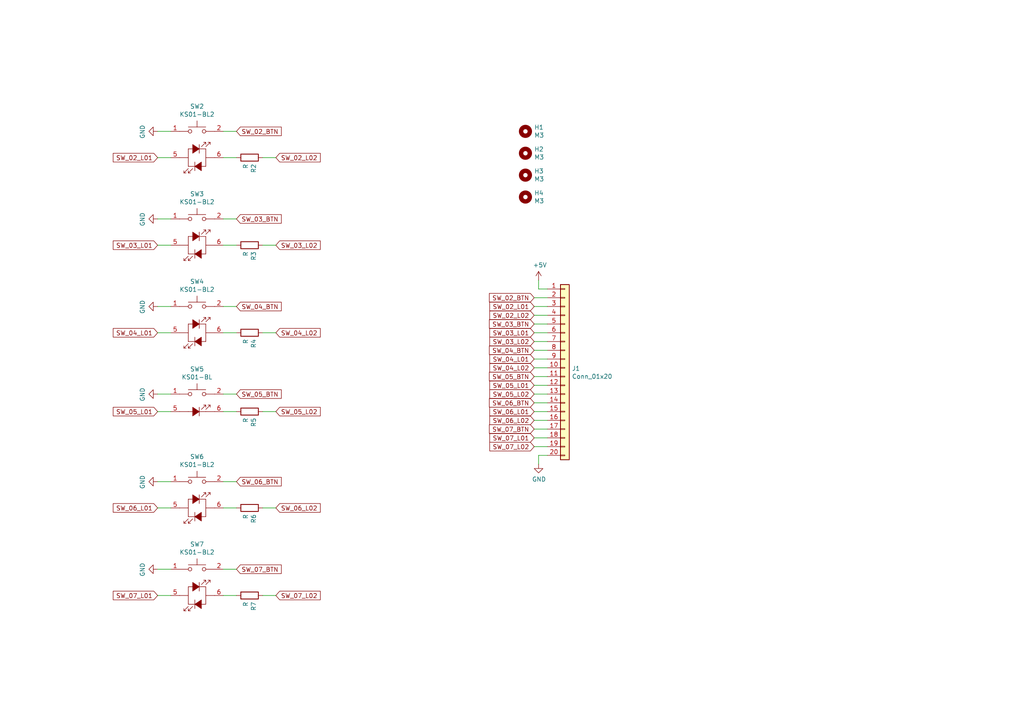
<source format=kicad_sch>
(kicad_sch (version 20230121) (generator eeschema)

  (uuid 4e5e0331-b659-4cc0-bb58-084979d0a240)

  (paper "A4")

  (lib_symbols
    (symbol "Connector_Generic:Conn_01x20" (pin_names (offset 1.016) hide) (in_bom yes) (on_board yes)
      (property "Reference" "J" (at 0 25.4 0)
        (effects (font (size 1.27 1.27)))
      )
      (property "Value" "Conn_01x20" (at 0 -27.94 0)
        (effects (font (size 1.27 1.27)))
      )
      (property "Footprint" "" (at 0 0 0)
        (effects (font (size 1.27 1.27)) hide)
      )
      (property "Datasheet" "~" (at 0 0 0)
        (effects (font (size 1.27 1.27)) hide)
      )
      (property "ki_keywords" "connector" (at 0 0 0)
        (effects (font (size 1.27 1.27)) hide)
      )
      (property "ki_description" "Generic connector, single row, 01x20, script generated (kicad-library-utils/schlib/autogen/connector/)" (at 0 0 0)
        (effects (font (size 1.27 1.27)) hide)
      )
      (property "ki_fp_filters" "Connector*:*_1x??_*" (at 0 0 0)
        (effects (font (size 1.27 1.27)) hide)
      )
      (symbol "Conn_01x20_1_1"
        (rectangle (start -1.27 -25.273) (end 0 -25.527)
          (stroke (width 0.1524) (type default))
          (fill (type none))
        )
        (rectangle (start -1.27 -22.733) (end 0 -22.987)
          (stroke (width 0.1524) (type default))
          (fill (type none))
        )
        (rectangle (start -1.27 -20.193) (end 0 -20.447)
          (stroke (width 0.1524) (type default))
          (fill (type none))
        )
        (rectangle (start -1.27 -17.653) (end 0 -17.907)
          (stroke (width 0.1524) (type default))
          (fill (type none))
        )
        (rectangle (start -1.27 -15.113) (end 0 -15.367)
          (stroke (width 0.1524) (type default))
          (fill (type none))
        )
        (rectangle (start -1.27 -12.573) (end 0 -12.827)
          (stroke (width 0.1524) (type default))
          (fill (type none))
        )
        (rectangle (start -1.27 -10.033) (end 0 -10.287)
          (stroke (width 0.1524) (type default))
          (fill (type none))
        )
        (rectangle (start -1.27 -7.493) (end 0 -7.747)
          (stroke (width 0.1524) (type default))
          (fill (type none))
        )
        (rectangle (start -1.27 -4.953) (end 0 -5.207)
          (stroke (width 0.1524) (type default))
          (fill (type none))
        )
        (rectangle (start -1.27 -2.413) (end 0 -2.667)
          (stroke (width 0.1524) (type default))
          (fill (type none))
        )
        (rectangle (start -1.27 0.127) (end 0 -0.127)
          (stroke (width 0.1524) (type default))
          (fill (type none))
        )
        (rectangle (start -1.27 2.667) (end 0 2.413)
          (stroke (width 0.1524) (type default))
          (fill (type none))
        )
        (rectangle (start -1.27 5.207) (end 0 4.953)
          (stroke (width 0.1524) (type default))
          (fill (type none))
        )
        (rectangle (start -1.27 7.747) (end 0 7.493)
          (stroke (width 0.1524) (type default))
          (fill (type none))
        )
        (rectangle (start -1.27 10.287) (end 0 10.033)
          (stroke (width 0.1524) (type default))
          (fill (type none))
        )
        (rectangle (start -1.27 12.827) (end 0 12.573)
          (stroke (width 0.1524) (type default))
          (fill (type none))
        )
        (rectangle (start -1.27 15.367) (end 0 15.113)
          (stroke (width 0.1524) (type default))
          (fill (type none))
        )
        (rectangle (start -1.27 17.907) (end 0 17.653)
          (stroke (width 0.1524) (type default))
          (fill (type none))
        )
        (rectangle (start -1.27 20.447) (end 0 20.193)
          (stroke (width 0.1524) (type default))
          (fill (type none))
        )
        (rectangle (start -1.27 22.987) (end 0 22.733)
          (stroke (width 0.1524) (type default))
          (fill (type none))
        )
        (rectangle (start -1.27 24.13) (end 1.27 -26.67)
          (stroke (width 0.254) (type default))
          (fill (type background))
        )
        (pin passive line (at -5.08 22.86 0) (length 3.81)
          (name "Pin_1" (effects (font (size 1.27 1.27))))
          (number "1" (effects (font (size 1.27 1.27))))
        )
        (pin passive line (at -5.08 0 0) (length 3.81)
          (name "Pin_10" (effects (font (size 1.27 1.27))))
          (number "10" (effects (font (size 1.27 1.27))))
        )
        (pin passive line (at -5.08 -2.54 0) (length 3.81)
          (name "Pin_11" (effects (font (size 1.27 1.27))))
          (number "11" (effects (font (size 1.27 1.27))))
        )
        (pin passive line (at -5.08 -5.08 0) (length 3.81)
          (name "Pin_12" (effects (font (size 1.27 1.27))))
          (number "12" (effects (font (size 1.27 1.27))))
        )
        (pin passive line (at -5.08 -7.62 0) (length 3.81)
          (name "Pin_13" (effects (font (size 1.27 1.27))))
          (number "13" (effects (font (size 1.27 1.27))))
        )
        (pin passive line (at -5.08 -10.16 0) (length 3.81)
          (name "Pin_14" (effects (font (size 1.27 1.27))))
          (number "14" (effects (font (size 1.27 1.27))))
        )
        (pin passive line (at -5.08 -12.7 0) (length 3.81)
          (name "Pin_15" (effects (font (size 1.27 1.27))))
          (number "15" (effects (font (size 1.27 1.27))))
        )
        (pin passive line (at -5.08 -15.24 0) (length 3.81)
          (name "Pin_16" (effects (font (size 1.27 1.27))))
          (number "16" (effects (font (size 1.27 1.27))))
        )
        (pin passive line (at -5.08 -17.78 0) (length 3.81)
          (name "Pin_17" (effects (font (size 1.27 1.27))))
          (number "17" (effects (font (size 1.27 1.27))))
        )
        (pin passive line (at -5.08 -20.32 0) (length 3.81)
          (name "Pin_18" (effects (font (size 1.27 1.27))))
          (number "18" (effects (font (size 1.27 1.27))))
        )
        (pin passive line (at -5.08 -22.86 0) (length 3.81)
          (name "Pin_19" (effects (font (size 1.27 1.27))))
          (number "19" (effects (font (size 1.27 1.27))))
        )
        (pin passive line (at -5.08 20.32 0) (length 3.81)
          (name "Pin_2" (effects (font (size 1.27 1.27))))
          (number "2" (effects (font (size 1.27 1.27))))
        )
        (pin passive line (at -5.08 -25.4 0) (length 3.81)
          (name "Pin_20" (effects (font (size 1.27 1.27))))
          (number "20" (effects (font (size 1.27 1.27))))
        )
        (pin passive line (at -5.08 17.78 0) (length 3.81)
          (name "Pin_3" (effects (font (size 1.27 1.27))))
          (number "3" (effects (font (size 1.27 1.27))))
        )
        (pin passive line (at -5.08 15.24 0) (length 3.81)
          (name "Pin_4" (effects (font (size 1.27 1.27))))
          (number "4" (effects (font (size 1.27 1.27))))
        )
        (pin passive line (at -5.08 12.7 0) (length 3.81)
          (name "Pin_5" (effects (font (size 1.27 1.27))))
          (number "5" (effects (font (size 1.27 1.27))))
        )
        (pin passive line (at -5.08 10.16 0) (length 3.81)
          (name "Pin_6" (effects (font (size 1.27 1.27))))
          (number "6" (effects (font (size 1.27 1.27))))
        )
        (pin passive line (at -5.08 7.62 0) (length 3.81)
          (name "Pin_7" (effects (font (size 1.27 1.27))))
          (number "7" (effects (font (size 1.27 1.27))))
        )
        (pin passive line (at -5.08 5.08 0) (length 3.81)
          (name "Pin_8" (effects (font (size 1.27 1.27))))
          (number "8" (effects (font (size 1.27 1.27))))
        )
        (pin passive line (at -5.08 2.54 0) (length 3.81)
          (name "Pin_9" (effects (font (size 1.27 1.27))))
          (number "9" (effects (font (size 1.27 1.27))))
        )
      )
    )
    (symbol "Device:R" (pin_numbers hide) (pin_names (offset 0)) (in_bom yes) (on_board yes)
      (property "Reference" "R" (at 2.032 0 90)
        (effects (font (size 1.27 1.27)))
      )
      (property "Value" "R" (at 0 0 90)
        (effects (font (size 1.27 1.27)))
      )
      (property "Footprint" "" (at -1.778 0 90)
        (effects (font (size 1.27 1.27)) hide)
      )
      (property "Datasheet" "~" (at 0 0 0)
        (effects (font (size 1.27 1.27)) hide)
      )
      (property "ki_keywords" "R res resistor" (at 0 0 0)
        (effects (font (size 1.27 1.27)) hide)
      )
      (property "ki_description" "Resistor" (at 0 0 0)
        (effects (font (size 1.27 1.27)) hide)
      )
      (property "ki_fp_filters" "R_*" (at 0 0 0)
        (effects (font (size 1.27 1.27)) hide)
      )
      (symbol "R_0_1"
        (rectangle (start -1.016 -2.54) (end 1.016 2.54)
          (stroke (width 0.254) (type default))
          (fill (type none))
        )
      )
      (symbol "R_1_1"
        (pin passive line (at 0 3.81 270) (length 1.27)
          (name "~" (effects (font (size 1.27 1.27))))
          (number "1" (effects (font (size 1.27 1.27))))
        )
        (pin passive line (at 0 -3.81 90) (length 1.27)
          (name "~" (effects (font (size 1.27 1.27))))
          (number "2" (effects (font (size 1.27 1.27))))
        )
      )
    )
    (symbol "Mechanical:MountingHole" (pin_names (offset 1.016)) (in_bom yes) (on_board yes)
      (property "Reference" "H" (at 0 5.08 0)
        (effects (font (size 1.27 1.27)))
      )
      (property "Value" "MountingHole" (at 0 3.175 0)
        (effects (font (size 1.27 1.27)))
      )
      (property "Footprint" "" (at 0 0 0)
        (effects (font (size 1.27 1.27)) hide)
      )
      (property "Datasheet" "~" (at 0 0 0)
        (effects (font (size 1.27 1.27)) hide)
      )
      (property "ki_keywords" "mounting hole" (at 0 0 0)
        (effects (font (size 1.27 1.27)) hide)
      )
      (property "ki_description" "Mounting Hole without connection" (at 0 0 0)
        (effects (font (size 1.27 1.27)) hide)
      )
      (property "ki_fp_filters" "MountingHole*" (at 0 0 0)
        (effects (font (size 1.27 1.27)) hide)
      )
      (symbol "MountingHole_0_1"
        (circle (center 0 0) (radius 1.27)
          (stroke (width 1.27) (type default))
          (fill (type none))
        )
      )
    )
    (symbol "kiu:KS01-BL" (pin_names (offset 1.016) hide) (in_bom yes) (on_board yes)
      (property "Reference" "SW" (at -5.08 2.54 0)
        (effects (font (size 1.27 1.27)) (justify left))
      )
      (property "Value" "KS01-BL" (at 0 -11.43 0)
        (effects (font (size 1.27 1.27)))
      )
      (property "Footprint" "" (at 0 5.08 0)
        (effects (font (size 1.27 1.27)) hide)
      )
      (property "Datasheet" "http://www.apem.com/int/index.php?controller=attachment&id_attachment=488" (at 0 5.08 0)
        (effects (font (size 1.27 1.27)) hide)
      )
      (property "ki_keywords" "switch normally-open pushbutton push-button LED" (at 0 0 0)
        (effects (font (size 1.27 1.27)) hide)
      )
      (property "ki_description" "MEC 5G single pole normally-open illuminated tactile switch with two LEDs" (at 0 0 0)
        (effects (font (size 1.27 1.27)) hide)
      )
      (property "ki_fp_filters" "SW*MEC*5G*" (at 0 0 0)
        (effects (font (size 1.27 1.27)) hide)
      )
      (symbol "KS01-BL_0_0"
        (polyline
          (pts
            (xy -5.08 -5.08)
            (xy -2.54 -5.08)
          )
          (stroke (width 0) (type default))
          (fill (type none))
        )
        (polyline
          (pts
            (xy -5.08 0)
            (xy -2.54 0)
          )
          (stroke (width 0) (type default))
          (fill (type none))
        )
        (polyline
          (pts
            (xy 0.635 -3.81)
            (xy 0.635 -6.35)
          )
          (stroke (width 0) (type default))
          (fill (type none))
        )
        (polyline
          (pts
            (xy 2.54 -5.08)
            (xy -2.54 -5.08)
          )
          (stroke (width 0) (type default))
          (fill (type none))
        )
        (polyline
          (pts
            (xy 2.54 -3.175)
            (xy 1.27 -4.445)
          )
          (stroke (width 0) (type default))
          (fill (type none))
        )
        (polyline
          (pts
            (xy 2.54 0)
            (xy 5.08 0)
          )
          (stroke (width 0) (type default))
          (fill (type none))
        )
        (polyline
          (pts
            (xy 3.81 -3.175)
            (xy 2.54 -4.445)
          )
          (stroke (width 0) (type default))
          (fill (type none))
        )
        (polyline
          (pts
            (xy 5.08 -5.08)
            (xy 2.54 -5.08)
          )
          (stroke (width 0) (type default))
          (fill (type none))
        )
        (polyline
          (pts
            (xy 2.54 -3.81)
            (xy 2.54 -3.175)
            (xy 1.905 -3.175)
          )
          (stroke (width 0) (type default))
          (fill (type none))
        )
        (polyline
          (pts
            (xy 3.81 -3.81)
            (xy 3.81 -3.175)
            (xy 3.175 -3.175)
          )
          (stroke (width 0) (type default))
          (fill (type none))
        )
        (polyline
          (pts
            (xy 0.635 -5.08)
            (xy -1.27 -3.81)
            (xy -1.27 -6.35)
            (xy 0.635 -5.08)
          )
          (stroke (width 0) (type default))
          (fill (type outline))
        )
      )
      (symbol "KS01-BL_0_1"
        (circle (center -2.032 0) (radius 0.508)
          (stroke (width 0) (type default))
          (fill (type none))
        )
        (polyline
          (pts
            (xy 0 1.27)
            (xy 0 3.048)
          )
          (stroke (width 0) (type default))
          (fill (type none))
        )
        (polyline
          (pts
            (xy 2.54 1.27)
            (xy -2.54 1.27)
          )
          (stroke (width 0) (type default))
          (fill (type none))
        )
        (circle (center 2.032 0) (radius 0.508)
          (stroke (width 0) (type default))
          (fill (type none))
        )
        (pin passive line (at -7.62 0 0) (length 2.54)
          (name "1" (effects (font (size 1.27 1.27))))
          (number "1" (effects (font (size 1.27 1.27))))
        )
        (pin passive line (at 7.62 0 180) (length 2.54)
          (name "2" (effects (font (size 1.27 1.27))))
          (number "2" (effects (font (size 1.27 1.27))))
        )
        (pin passive line (at -7.62 -5.08 0) (length 2.54)
          (name "5" (effects (font (size 1.27 1.27))))
          (number "5" (effects (font (size 1.27 1.27))))
        )
        (pin passive line (at 7.62 -5.08 180) (length 2.54)
          (name "6" (effects (font (size 1.27 1.27))))
          (number "6" (effects (font (size 1.27 1.27))))
        )
      )
    )
    (symbol "kiu:KS01-BL2" (pin_names (offset 1.016) hide) (in_bom yes) (on_board yes)
      (property "Reference" "SW" (at -5.08 2.54 0)
        (effects (font (size 1.27 1.27)) (justify left))
      )
      (property "Value" "KS01-BL2" (at 0 -13.97 0)
        (effects (font (size 1.27 1.27)))
      )
      (property "Footprint" "" (at 0 5.08 0)
        (effects (font (size 1.27 1.27)) hide)
      )
      (property "Datasheet" "http://www.apem.com/int/index.php?controller=attachment&id_attachment=488" (at 0 5.08 0)
        (effects (font (size 1.27 1.27)) hide)
      )
      (property "ki_keywords" "switch normally-open pushbutton push-button LED" (at 0 0 0)
        (effects (font (size 1.27 1.27)) hide)
      )
      (property "ki_description" "MEC 5G single pole normally-open illuminated tactile switch with two LEDs" (at 0 0 0)
        (effects (font (size 1.27 1.27)) hide)
      )
      (property "ki_fp_filters" "SW*MEC*5G*" (at 0 0 0)
        (effects (font (size 1.27 1.27)) hide)
      )
      (symbol "KS01-BL2_0_0"
        (polyline
          (pts
            (xy -5.08 -7.62)
            (xy -2.54 -7.62)
          )
          (stroke (width 0) (type default))
          (fill (type none))
        )
        (polyline
          (pts
            (xy -5.08 0)
            (xy -2.54 0)
          )
          (stroke (width 0) (type default))
          (fill (type none))
        )
        (polyline
          (pts
            (xy -3.81 -12.065)
            (xy -2.54 -10.795)
          )
          (stroke (width 0) (type default))
          (fill (type none))
        )
        (polyline
          (pts
            (xy -2.54 -12.065)
            (xy -1.27 -10.795)
          )
          (stroke (width 0) (type default))
          (fill (type none))
        )
        (polyline
          (pts
            (xy -2.54 -10.16)
            (xy 2.54 -10.16)
          )
          (stroke (width 0) (type default))
          (fill (type none))
        )
        (polyline
          (pts
            (xy -2.54 -5.08)
            (xy -2.54 -10.16)
          )
          (stroke (width 0) (type default))
          (fill (type none))
        )
        (polyline
          (pts
            (xy -0.635 -8.89)
            (xy -0.635 -11.43)
          )
          (stroke (width 0) (type default))
          (fill (type none))
        )
        (polyline
          (pts
            (xy 0.635 -3.81)
            (xy 0.635 -6.35)
          )
          (stroke (width 0) (type default))
          (fill (type none))
        )
        (polyline
          (pts
            (xy 2.54 -5.08)
            (xy -2.54 -5.08)
          )
          (stroke (width 0) (type default))
          (fill (type none))
        )
        (polyline
          (pts
            (xy 2.54 -5.08)
            (xy 2.54 -10.16)
          )
          (stroke (width 0) (type default))
          (fill (type none))
        )
        (polyline
          (pts
            (xy 2.54 -3.175)
            (xy 1.27 -4.445)
          )
          (stroke (width 0) (type default))
          (fill (type none))
        )
        (polyline
          (pts
            (xy 2.54 0)
            (xy 5.08 0)
          )
          (stroke (width 0) (type default))
          (fill (type none))
        )
        (polyline
          (pts
            (xy 3.81 -3.175)
            (xy 2.54 -4.445)
          )
          (stroke (width 0) (type default))
          (fill (type none))
        )
        (polyline
          (pts
            (xy 5.08 -7.62)
            (xy 2.54 -7.62)
          )
          (stroke (width 0) (type default))
          (fill (type none))
        )
        (polyline
          (pts
            (xy -3.81 -11.43)
            (xy -3.81 -12.065)
            (xy -3.175 -12.065)
          )
          (stroke (width 0) (type default))
          (fill (type none))
        )
        (polyline
          (pts
            (xy -2.54 -11.43)
            (xy -2.54 -12.065)
            (xy -1.905 -12.065)
          )
          (stroke (width 0) (type default))
          (fill (type none))
        )
        (polyline
          (pts
            (xy 2.54 -3.81)
            (xy 2.54 -3.175)
            (xy 1.905 -3.175)
          )
          (stroke (width 0) (type default))
          (fill (type none))
        )
        (polyline
          (pts
            (xy 3.81 -3.81)
            (xy 3.81 -3.175)
            (xy 3.175 -3.175)
          )
          (stroke (width 0) (type default))
          (fill (type none))
        )
        (polyline
          (pts
            (xy -0.635 -10.16)
            (xy 1.27 -8.89)
            (xy 1.27 -11.43)
            (xy -0.635 -10.16)
          )
          (stroke (width 0) (type default))
          (fill (type outline))
        )
        (polyline
          (pts
            (xy 0.635 -5.08)
            (xy -1.27 -3.81)
            (xy -1.27 -6.35)
            (xy 0.635 -5.08)
          )
          (stroke (width 0) (type default))
          (fill (type outline))
        )
      )
      (symbol "KS01-BL2_0_1"
        (circle (center -2.032 0) (radius 0.508)
          (stroke (width 0) (type default))
          (fill (type none))
        )
        (polyline
          (pts
            (xy 0 1.27)
            (xy 0 3.048)
          )
          (stroke (width 0) (type default))
          (fill (type none))
        )
        (polyline
          (pts
            (xy 2.54 1.27)
            (xy -2.54 1.27)
          )
          (stroke (width 0) (type default))
          (fill (type none))
        )
        (circle (center 2.032 0) (radius 0.508)
          (stroke (width 0) (type default))
          (fill (type none))
        )
        (pin passive line (at -7.62 0 0) (length 2.54)
          (name "1" (effects (font (size 1.27 1.27))))
          (number "1" (effects (font (size 1.27 1.27))))
        )
        (pin passive line (at 7.62 0 180) (length 2.54)
          (name "2" (effects (font (size 1.27 1.27))))
          (number "2" (effects (font (size 1.27 1.27))))
        )
        (pin passive line (at -7.62 -7.62 0) (length 2.54)
          (name "5" (effects (font (size 1.27 1.27))))
          (number "5" (effects (font (size 1.27 1.27))))
        )
        (pin passive line (at 7.62 -7.62 180) (length 2.54)
          (name "6" (effects (font (size 1.27 1.27))))
          (number "6" (effects (font (size 1.27 1.27))))
        )
      )
    )
    (symbol "power:+5V" (power) (pin_names (offset 0)) (in_bom yes) (on_board yes)
      (property "Reference" "#PWR" (at 0 -3.81 0)
        (effects (font (size 1.27 1.27)) hide)
      )
      (property "Value" "+5V" (at 0 3.556 0)
        (effects (font (size 1.27 1.27)))
      )
      (property "Footprint" "" (at 0 0 0)
        (effects (font (size 1.27 1.27)) hide)
      )
      (property "Datasheet" "" (at 0 0 0)
        (effects (font (size 1.27 1.27)) hide)
      )
      (property "ki_keywords" "global power" (at 0 0 0)
        (effects (font (size 1.27 1.27)) hide)
      )
      (property "ki_description" "Power symbol creates a global label with name \"+5V\"" (at 0 0 0)
        (effects (font (size 1.27 1.27)) hide)
      )
      (symbol "+5V_0_1"
        (polyline
          (pts
            (xy -0.762 1.27)
            (xy 0 2.54)
          )
          (stroke (width 0) (type default))
          (fill (type none))
        )
        (polyline
          (pts
            (xy 0 0)
            (xy 0 2.54)
          )
          (stroke (width 0) (type default))
          (fill (type none))
        )
        (polyline
          (pts
            (xy 0 2.54)
            (xy 0.762 1.27)
          )
          (stroke (width 0) (type default))
          (fill (type none))
        )
      )
      (symbol "+5V_1_1"
        (pin power_in line (at 0 0 90) (length 0) hide
          (name "+5V" (effects (font (size 1.27 1.27))))
          (number "1" (effects (font (size 1.27 1.27))))
        )
      )
    )
    (symbol "power:GND" (power) (pin_names (offset 0)) (in_bom yes) (on_board yes)
      (property "Reference" "#PWR" (at 0 -6.35 0)
        (effects (font (size 1.27 1.27)) hide)
      )
      (property "Value" "GND" (at 0 -3.81 0)
        (effects (font (size 1.27 1.27)))
      )
      (property "Footprint" "" (at 0 0 0)
        (effects (font (size 1.27 1.27)) hide)
      )
      (property "Datasheet" "" (at 0 0 0)
        (effects (font (size 1.27 1.27)) hide)
      )
      (property "ki_keywords" "global power" (at 0 0 0)
        (effects (font (size 1.27 1.27)) hide)
      )
      (property "ki_description" "Power symbol creates a global label with name \"GND\" , ground" (at 0 0 0)
        (effects (font (size 1.27 1.27)) hide)
      )
      (symbol "GND_0_1"
        (polyline
          (pts
            (xy 0 0)
            (xy 0 -1.27)
            (xy 1.27 -1.27)
            (xy 0 -2.54)
            (xy -1.27 -1.27)
            (xy 0 -1.27)
          )
          (stroke (width 0) (type default))
          (fill (type none))
        )
      )
      (symbol "GND_1_1"
        (pin power_in line (at 0 0 270) (length 0) hide
          (name "GND" (effects (font (size 1.27 1.27))))
          (number "1" (effects (font (size 1.27 1.27))))
        )
      )
    )
  )


  (wire (pts (xy 158.75 104.14) (xy 154.94 104.14))
    (stroke (width 0) (type default))
    (uuid 01abc933-c68a-4d77-9a2f-ea9e36eaf00a)
  )
  (wire (pts (xy 45.72 88.9) (xy 49.53 88.9))
    (stroke (width 0) (type default))
    (uuid 04150273-0cf1-414c-bba6-55c40d9aa206)
  )
  (wire (pts (xy 45.72 114.3) (xy 49.53 114.3))
    (stroke (width 0) (type default))
    (uuid 0db95f98-5ae3-4c51-b792-51be3e91a8af)
  )
  (wire (pts (xy 154.94 88.9) (xy 158.75 88.9))
    (stroke (width 0) (type default))
    (uuid 0ff255db-1931-46cc-a803-89c9e9910191)
  )
  (wire (pts (xy 80.01 71.12) (xy 76.2 71.12))
    (stroke (width 0) (type default))
    (uuid 119e16bd-1aa1-4971-be13-95119d6c01ea)
  )
  (wire (pts (xy 154.94 86.36) (xy 158.75 86.36))
    (stroke (width 0) (type default))
    (uuid 1b40ef04-cd90-46c1-9172-f22d75c94a20)
  )
  (wire (pts (xy 45.72 165.1) (xy 49.53 165.1))
    (stroke (width 0) (type default))
    (uuid 24bf468c-7c97-427a-8d84-50c8a7847087)
  )
  (wire (pts (xy 158.75 129.54) (xy 154.94 129.54))
    (stroke (width 0) (type default))
    (uuid 26a4e9dd-27c5-48cb-82a2-1089b1fb2a4a)
  )
  (wire (pts (xy 64.77 71.12) (xy 68.58 71.12))
    (stroke (width 0) (type default))
    (uuid 279861d6-a003-4b27-b865-6d3bf8293e3d)
  )
  (wire (pts (xy 158.75 132.08) (xy 156.21 132.08))
    (stroke (width 0) (type default))
    (uuid 29436a76-acbe-40b3-9240-cd1e9c7308ef)
  )
  (wire (pts (xy 154.94 91.44) (xy 158.75 91.44))
    (stroke (width 0) (type default))
    (uuid 29ca5a71-efca-418f-b8de-916c3599f83d)
  )
  (wire (pts (xy 154.94 111.76) (xy 158.75 111.76))
    (stroke (width 0) (type default))
    (uuid 2b5ce48a-37c5-45e1-8e3d-16394c1cb569)
  )
  (wire (pts (xy 158.75 114.3) (xy 154.94 114.3))
    (stroke (width 0) (type default))
    (uuid 2c43b174-3766-413a-b5e3-0fe740bf3e17)
  )
  (wire (pts (xy 158.75 99.06) (xy 154.94 99.06))
    (stroke (width 0) (type default))
    (uuid 2d80ae4c-29f5-40fb-a86e-eda46a9ff6cd)
  )
  (wire (pts (xy 45.72 38.1) (xy 49.53 38.1))
    (stroke (width 0) (type default))
    (uuid 33ae4a32-d12f-4e1f-9329-69ca0c8eb325)
  )
  (wire (pts (xy 158.75 83.82) (xy 156.21 83.82))
    (stroke (width 0) (type default))
    (uuid 3866912c-fc2a-4671-aa57-03834252786c)
  )
  (wire (pts (xy 45.72 45.72) (xy 49.53 45.72))
    (stroke (width 0) (type default))
    (uuid 3b3dbe4d-fbfb-4c23-916c-eb57de6e7afd)
  )
  (wire (pts (xy 49.53 119.38) (xy 45.72 119.38))
    (stroke (width 0) (type default))
    (uuid 3efecee5-7a09-463d-b0f0-1450f7d46258)
  )
  (wire (pts (xy 64.77 172.72) (xy 68.58 172.72))
    (stroke (width 0) (type default))
    (uuid 3f8736aa-6a25-49fd-b34b-33a7de9dc269)
  )
  (wire (pts (xy 154.94 116.84) (xy 158.75 116.84))
    (stroke (width 0) (type default))
    (uuid 40ea9208-c264-46c4-8c4c-74fb637c44db)
  )
  (wire (pts (xy 64.77 63.5) (xy 68.58 63.5))
    (stroke (width 0) (type default))
    (uuid 41cb3b11-8433-4369-add6-23a3803368ab)
  )
  (wire (pts (xy 45.72 147.32) (xy 49.53 147.32))
    (stroke (width 0) (type default))
    (uuid 45bc49bc-5c65-4dd3-8f74-aa5907574405)
  )
  (wire (pts (xy 64.77 88.9) (xy 68.58 88.9))
    (stroke (width 0) (type default))
    (uuid 4a3ccf85-c020-46f4-8585-522d17c4001a)
  )
  (wire (pts (xy 64.77 147.32) (xy 68.58 147.32))
    (stroke (width 0) (type default))
    (uuid 5e696807-e68b-4936-a9d9-587820bbcdce)
  )
  (wire (pts (xy 45.72 96.52) (xy 49.53 96.52))
    (stroke (width 0) (type default))
    (uuid 5ee727a7-5a27-4c58-bbfc-be500d4d70ab)
  )
  (wire (pts (xy 154.94 96.52) (xy 158.75 96.52))
    (stroke (width 0) (type default))
    (uuid 64793bf4-b2f9-48cc-8967-6a8872f7e049)
  )
  (wire (pts (xy 154.94 101.6) (xy 158.75 101.6))
    (stroke (width 0) (type default))
    (uuid 69d7fe12-6c96-4781-8737-57680f190680)
  )
  (wire (pts (xy 45.72 172.72) (xy 49.53 172.72))
    (stroke (width 0) (type default))
    (uuid 76c5be85-9414-4513-92be-281d2dffe0ce)
  )
  (wire (pts (xy 76.2 147.32) (xy 80.01 147.32))
    (stroke (width 0) (type default))
    (uuid 79854b03-7459-40c0-9ec0-81b604cc1b18)
  )
  (wire (pts (xy 154.94 121.92) (xy 158.75 121.92))
    (stroke (width 0) (type default))
    (uuid 836c9c5f-bf91-4121-976e-419e11d850f7)
  )
  (wire (pts (xy 45.72 71.12) (xy 49.53 71.12))
    (stroke (width 0) (type default))
    (uuid 8481f122-cc51-4136-b72a-c111d51da549)
  )
  (wire (pts (xy 76.2 96.52) (xy 80.01 96.52))
    (stroke (width 0) (type default))
    (uuid 87d45267-4c1d-40a5-a085-0bbeb281ac1a)
  )
  (wire (pts (xy 158.75 119.38) (xy 154.94 119.38))
    (stroke (width 0) (type default))
    (uuid 88b1a283-ccf6-40c4-ad5c-40808c11a5a5)
  )
  (wire (pts (xy 76.2 172.72) (xy 80.01 172.72))
    (stroke (width 0) (type default))
    (uuid a57a09aa-081f-487d-9fc7-b7f5b33c75c7)
  )
  (wire (pts (xy 154.94 106.68) (xy 158.75 106.68))
    (stroke (width 0) (type default))
    (uuid a9f70497-2523-4e5f-87f8-d59e2c0bcac1)
  )
  (wire (pts (xy 80.01 119.38) (xy 76.2 119.38))
    (stroke (width 0) (type default))
    (uuid ab987c58-f4a2-445b-bdbc-964185f0c090)
  )
  (wire (pts (xy 64.77 139.7) (xy 68.58 139.7))
    (stroke (width 0) (type default))
    (uuid b095e861-2e5b-4ab0-a034-05cf90f429e0)
  )
  (wire (pts (xy 154.94 127) (xy 158.75 127))
    (stroke (width 0) (type default))
    (uuid b71c6583-6f8b-40f2-a4d5-8d96325195fe)
  )
  (wire (pts (xy 64.77 114.3) (xy 68.58 114.3))
    (stroke (width 0) (type default))
    (uuid c3be5132-0598-40f0-9b8d-3525fd6cbfd9)
  )
  (wire (pts (xy 154.94 93.98) (xy 158.75 93.98))
    (stroke (width 0) (type default))
    (uuid c62424db-b804-479f-88e6-83fce84799af)
  )
  (wire (pts (xy 64.77 119.38) (xy 68.58 119.38))
    (stroke (width 0) (type default))
    (uuid c6342828-50c2-4488-b627-7cb2c4f5be2a)
  )
  (wire (pts (xy 156.21 132.08) (xy 156.21 134.62))
    (stroke (width 0) (type default))
    (uuid c8c92599-768e-4f9d-9507-3c19587c660e)
  )
  (wire (pts (xy 64.77 45.72) (xy 68.58 45.72))
    (stroke (width 0) (type default))
    (uuid ca231ee7-6f06-4437-bb6c-585d3c463e66)
  )
  (wire (pts (xy 64.77 38.1) (xy 68.58 38.1))
    (stroke (width 0) (type default))
    (uuid caffc093-2f5c-4f2b-ba6f-9d064eb023d4)
  )
  (wire (pts (xy 158.75 109.22) (xy 154.94 109.22))
    (stroke (width 0) (type default))
    (uuid cc119458-3060-43ab-9d9b-0a149670cc50)
  )
  (wire (pts (xy 158.75 124.46) (xy 154.94 124.46))
    (stroke (width 0) (type default))
    (uuid d4091325-4e61-4cff-92e1-1f57a3bba75f)
  )
  (wire (pts (xy 80.01 45.72) (xy 76.2 45.72))
    (stroke (width 0) (type default))
    (uuid d9a01208-7313-4211-bfb8-6fdb24fd32d5)
  )
  (wire (pts (xy 156.21 83.82) (xy 156.21 81.28))
    (stroke (width 0) (type default))
    (uuid db6f886d-2cf1-4a67-93ca-f12515aef62e)
  )
  (wire (pts (xy 45.72 63.5) (xy 49.53 63.5))
    (stroke (width 0) (type default))
    (uuid ded4e9a1-903b-4e94-8e31-cca151f0ce2d)
  )
  (wire (pts (xy 64.77 96.52) (xy 68.58 96.52))
    (stroke (width 0) (type default))
    (uuid dfb0a30c-e2b8-4b3a-9c58-5605a33949a5)
  )
  (wire (pts (xy 64.77 165.1) (xy 68.58 165.1))
    (stroke (width 0) (type default))
    (uuid e97bef23-62d1-4834-a32b-4defeeee75af)
  )
  (wire (pts (xy 45.72 139.7) (xy 49.53 139.7))
    (stroke (width 0) (type default))
    (uuid ed1b22f1-14e2-405b-8a32-3867f77497c7)
  )

  (global_label "SW_04_L02" (shape input) (at 80.01 96.52 0)
    (effects (font (size 1.27 1.27)) (justify left))
    (uuid 040dbfaf-6f6d-4616-952c-d796ea532a2c)
    (property "Intersheetrefs" "${INTERSHEET_REFS}" (at 80.01 96.52 0)
      (effects (font (size 1.27 1.27)) hide)
    )
  )
  (global_label "SW_03_L02" (shape input) (at 154.94 99.06 180)
    (effects (font (size 1.27 1.27)) (justify right))
    (uuid 0418cae5-7ec1-416a-9c32-19461d2b00f1)
    (property "Intersheetrefs" "${INTERSHEET_REFS}" (at 154.94 99.06 0)
      (effects (font (size 1.27 1.27)) hide)
    )
  )
  (global_label "SW_04_L01" (shape input) (at 154.94 104.14 180)
    (effects (font (size 1.27 1.27)) (justify right))
    (uuid 0722e319-5c0d-43cb-a93a-989cad1f88db)
    (property "Intersheetrefs" "${INTERSHEET_REFS}" (at 154.94 104.14 0)
      (effects (font (size 1.27 1.27)) hide)
    )
  )
  (global_label "SW_03_L02" (shape input) (at 80.01 71.12 0)
    (effects (font (size 1.27 1.27)) (justify left))
    (uuid 1df2627d-8cee-4559-a4e1-81e59b80379e)
    (property "Intersheetrefs" "${INTERSHEET_REFS}" (at 80.01 71.12 0)
      (effects (font (size 1.27 1.27)) hide)
    )
  )
  (global_label "SW_06_L01" (shape input) (at 154.94 119.38 180)
    (effects (font (size 1.27 1.27)) (justify right))
    (uuid 25c3b509-c6fe-4fb5-9113-4e6d0179b07e)
    (property "Intersheetrefs" "${INTERSHEET_REFS}" (at 154.94 119.38 0)
      (effects (font (size 1.27 1.27)) hide)
    )
  )
  (global_label "SW_07_L01" (shape input) (at 45.72 172.72 180)
    (effects (font (size 1.27 1.27)) (justify right))
    (uuid 2882fcd4-3e3d-4f47-be5c-bddbd8482b96)
    (property "Intersheetrefs" "${INTERSHEET_REFS}" (at 45.72 172.72 0)
      (effects (font (size 1.27 1.27)) hide)
    )
  )
  (global_label "SW_02_BTN" (shape input) (at 68.58 38.1 0)
    (effects (font (size 1.27 1.27)) (justify left))
    (uuid 2d374c0c-c83b-4956-bfe6-33bc996bf432)
    (property "Intersheetrefs" "${INTERSHEET_REFS}" (at 68.58 38.1 0)
      (effects (font (size 1.27 1.27)) hide)
    )
  )
  (global_label "SW_04_L01" (shape input) (at 45.72 96.52 180)
    (effects (font (size 1.27 1.27)) (justify right))
    (uuid 3b17cea7-e207-4421-9118-08d6ac87ea7f)
    (property "Intersheetrefs" "${INTERSHEET_REFS}" (at 45.72 96.52 0)
      (effects (font (size 1.27 1.27)) hide)
    )
  )
  (global_label "SW_06_L02" (shape input) (at 80.01 147.32 0)
    (effects (font (size 1.27 1.27)) (justify left))
    (uuid 497b748b-4c9d-4fcc-90bc-89b6bbdd650d)
    (property "Intersheetrefs" "${INTERSHEET_REFS}" (at 80.01 147.32 0)
      (effects (font (size 1.27 1.27)) hide)
    )
  )
  (global_label "SW_04_BTN" (shape input) (at 68.58 88.9 0)
    (effects (font (size 1.27 1.27)) (justify left))
    (uuid 6da22f66-61cf-4fb0-8bfe-ae2551284e88)
    (property "Intersheetrefs" "${INTERSHEET_REFS}" (at 68.58 88.9 0)
      (effects (font (size 1.27 1.27)) hide)
    )
  )
  (global_label "SW_07_L02" (shape input) (at 154.94 129.54 180)
    (effects (font (size 1.27 1.27)) (justify right))
    (uuid 6f4c27f1-16cc-4d62-a6b5-7b59022bde11)
    (property "Intersheetrefs" "${INTERSHEET_REFS}" (at 154.94 129.54 0)
      (effects (font (size 1.27 1.27)) hide)
    )
  )
  (global_label "SW_04_BTN" (shape input) (at 154.94 101.6 180)
    (effects (font (size 1.27 1.27)) (justify right))
    (uuid 73ff6728-e3c1-4f9c-81c8-6d801dd12369)
    (property "Intersheetrefs" "${INTERSHEET_REFS}" (at 154.94 101.6 0)
      (effects (font (size 1.27 1.27)) hide)
    )
  )
  (global_label "SW_06_L02" (shape input) (at 154.94 121.92 180)
    (effects (font (size 1.27 1.27)) (justify right))
    (uuid 7bc18fb9-1455-4eaf-befa-f994dbdb2d19)
    (property "Intersheetrefs" "${INTERSHEET_REFS}" (at 154.94 121.92 0)
      (effects (font (size 1.27 1.27)) hide)
    )
  )
  (global_label "SW_03_BTN" (shape input) (at 68.58 63.5 0)
    (effects (font (size 1.27 1.27)) (justify left))
    (uuid 808f5fd6-7e0a-478f-9bdc-178356c13460)
    (property "Intersheetrefs" "${INTERSHEET_REFS}" (at 68.58 63.5 0)
      (effects (font (size 1.27 1.27)) hide)
    )
  )
  (global_label "SW_07_L02" (shape input) (at 80.01 172.72 0)
    (effects (font (size 1.27 1.27)) (justify left))
    (uuid 83707a4d-940a-49e7-93ea-3ba236c3f8a7)
    (property "Intersheetrefs" "${INTERSHEET_REFS}" (at 80.01 172.72 0)
      (effects (font (size 1.27 1.27)) hide)
    )
  )
  (global_label "SW_07_L01" (shape input) (at 154.94 127 180)
    (effects (font (size 1.27 1.27)) (justify right))
    (uuid 87f37aaf-4d59-49a7-b681-2457836d2f7d)
    (property "Intersheetrefs" "${INTERSHEET_REFS}" (at 154.94 127 0)
      (effects (font (size 1.27 1.27)) hide)
    )
  )
  (global_label "SW_02_L02" (shape input) (at 154.94 91.44 180)
    (effects (font (size 1.27 1.27)) (justify right))
    (uuid 8a5ef692-d2b2-4174-acd1-f2c91bc4085a)
    (property "Intersheetrefs" "${INTERSHEET_REFS}" (at 154.94 91.44 0)
      (effects (font (size 1.27 1.27)) hide)
    )
  )
  (global_label "SW_05_L01" (shape input) (at 45.72 119.38 180)
    (effects (font (size 1.27 1.27)) (justify right))
    (uuid 8c044c20-a13c-49a6-b560-b3e5fc4b3e3f)
    (property "Intersheetrefs" "${INTERSHEET_REFS}" (at 45.72 119.38 0)
      (effects (font (size 1.27 1.27)) hide)
    )
  )
  (global_label "SW_02_L02" (shape input) (at 80.01 45.72 0)
    (effects (font (size 1.27 1.27)) (justify left))
    (uuid a333298f-98c5-48e6-af28-7e589a357fdf)
    (property "Intersheetrefs" "${INTERSHEET_REFS}" (at 80.01 45.72 0)
      (effects (font (size 1.27 1.27)) hide)
    )
  )
  (global_label "SW_05_L01" (shape input) (at 154.94 111.76 180)
    (effects (font (size 1.27 1.27)) (justify right))
    (uuid b27b1b76-c0fd-4389-9719-785b9f993f1b)
    (property "Intersheetrefs" "${INTERSHEET_REFS}" (at 154.94 111.76 0)
      (effects (font (size 1.27 1.27)) hide)
    )
  )
  (global_label "SW_07_BTN" (shape input) (at 68.58 165.1 0)
    (effects (font (size 1.27 1.27)) (justify left))
    (uuid b3731d4d-8de1-4ffc-8d8a-cc6cd97b4104)
    (property "Intersheetrefs" "${INTERSHEET_REFS}" (at 68.58 165.1 0)
      (effects (font (size 1.27 1.27)) hide)
    )
  )
  (global_label "SW_02_L01" (shape input) (at 154.94 88.9 180)
    (effects (font (size 1.27 1.27)) (justify right))
    (uuid b7f69cb7-c00b-4679-81d6-0f401f1b9142)
    (property "Intersheetrefs" "${INTERSHEET_REFS}" (at 154.94 88.9 0)
      (effects (font (size 1.27 1.27)) hide)
    )
  )
  (global_label "SW_04_L02" (shape input) (at 154.94 106.68 180)
    (effects (font (size 1.27 1.27)) (justify right))
    (uuid bb7eca72-c65b-4547-b064-6ca5d4f380b1)
    (property "Intersheetrefs" "${INTERSHEET_REFS}" (at 154.94 106.68 0)
      (effects (font (size 1.27 1.27)) hide)
    )
  )
  (global_label "SW_06_L01" (shape input) (at 45.72 147.32 180)
    (effects (font (size 1.27 1.27)) (justify right))
    (uuid bcc815ce-b814-4451-9cef-228364fd4d7b)
    (property "Intersheetrefs" "${INTERSHEET_REFS}" (at 45.72 147.32 0)
      (effects (font (size 1.27 1.27)) hide)
    )
  )
  (global_label "SW_03_L01" (shape input) (at 45.72 71.12 180)
    (effects (font (size 1.27 1.27)) (justify right))
    (uuid c39fa9bd-6650-465c-9982-2684b2299ffb)
    (property "Intersheetrefs" "${INTERSHEET_REFS}" (at 45.72 71.12 0)
      (effects (font (size 1.27 1.27)) hide)
    )
  )
  (global_label "SW_03_BTN" (shape input) (at 154.94 93.98 180)
    (effects (font (size 1.27 1.27)) (justify right))
    (uuid c3ffdc10-a334-4045-ac2f-56a377a84399)
    (property "Intersheetrefs" "${INTERSHEET_REFS}" (at 154.94 93.98 0)
      (effects (font (size 1.27 1.27)) hide)
    )
  )
  (global_label "SW_02_L01" (shape input) (at 45.72 45.72 180)
    (effects (font (size 1.27 1.27)) (justify right))
    (uuid c9a30925-43ff-4390-8452-d0e0a9664b94)
    (property "Intersheetrefs" "${INTERSHEET_REFS}" (at 45.72 45.72 0)
      (effects (font (size 1.27 1.27)) hide)
    )
  )
  (global_label "SW_05_BTN" (shape input) (at 68.58 114.3 0)
    (effects (font (size 1.27 1.27)) (justify left))
    (uuid cd291345-a1d2-4a23-82b3-3e4869a39e7f)
    (property "Intersheetrefs" "${INTERSHEET_REFS}" (at 68.58 114.3 0)
      (effects (font (size 1.27 1.27)) hide)
    )
  )
  (global_label "SW_05_BTN" (shape input) (at 154.94 109.22 180)
    (effects (font (size 1.27 1.27)) (justify right))
    (uuid d2f551d1-2e63-4106-abcd-3c029ca38031)
    (property "Intersheetrefs" "${INTERSHEET_REFS}" (at 154.94 109.22 0)
      (effects (font (size 1.27 1.27)) hide)
    )
  )
  (global_label "SW_07_BTN" (shape input) (at 154.94 124.46 180)
    (effects (font (size 1.27 1.27)) (justify right))
    (uuid d9f0be29-ba6a-49d4-9eb4-e1b3c2ef51cf)
    (property "Intersheetrefs" "${INTERSHEET_REFS}" (at 154.94 124.46 0)
      (effects (font (size 1.27 1.27)) hide)
    )
  )
  (global_label "SW_05_L02" (shape input) (at 80.01 119.38 0)
    (effects (font (size 1.27 1.27)) (justify left))
    (uuid e5553475-e572-4e98-98e5-d4470554eb53)
    (property "Intersheetrefs" "${INTERSHEET_REFS}" (at 80.01 119.38 0)
      (effects (font (size 1.27 1.27)) hide)
    )
  )
  (global_label "SW_06_BTN" (shape input) (at 154.94 116.84 180)
    (effects (font (size 1.27 1.27)) (justify right))
    (uuid e6017807-a697-416f-94d5-199ebb109876)
    (property "Intersheetrefs" "${INTERSHEET_REFS}" (at 154.94 116.84 0)
      (effects (font (size 1.27 1.27)) hide)
    )
  )
  (global_label "SW_03_L01" (shape input) (at 154.94 96.52 180)
    (effects (font (size 1.27 1.27)) (justify right))
    (uuid eeb139c6-ffac-47d8-abe6-8e303dca2ac8)
    (property "Intersheetrefs" "${INTERSHEET_REFS}" (at 154.94 96.52 0)
      (effects (font (size 1.27 1.27)) hide)
    )
  )
  (global_label "SW_06_BTN" (shape input) (at 68.58 139.7 0)
    (effects (font (size 1.27 1.27)) (justify left))
    (uuid fa6cef66-e210-4c66-b9e2-b61cdeca2eec)
    (property "Intersheetrefs" "${INTERSHEET_REFS}" (at 68.58 139.7 0)
      (effects (font (size 1.27 1.27)) hide)
    )
  )
  (global_label "SW_02_BTN" (shape input) (at 154.94 86.36 180)
    (effects (font (size 1.27 1.27)) (justify right))
    (uuid fbf78125-aece-4744-945a-f0bdae3c6dd9)
    (property "Intersheetrefs" "${INTERSHEET_REFS}" (at 154.94 86.36 0)
      (effects (font (size 1.27 1.27)) hide)
    )
  )
  (global_label "SW_05_L02" (shape input) (at 154.94 114.3 180)
    (effects (font (size 1.27 1.27)) (justify right))
    (uuid fcc6a962-3149-4163-ad91-ad4eaa3c77cc)
    (property "Intersheetrefs" "${INTERSHEET_REFS}" (at 154.94 114.3 0)
      (effects (font (size 1.27 1.27)) hide)
    )
  )

  (symbol (lib_id "Device:R") (at 72.39 45.72 270) (unit 1)
    (in_bom yes) (on_board yes) (dnp no)
    (uuid 00000000-0000-0000-0000-00005f94dd4e)
    (property "Reference" "R2" (at 73.5584 47.498 0)
      (effects (font (size 1.27 1.27)) (justify left))
    )
    (property "Value" "R" (at 71.247 47.498 0)
      (effects (font (size 1.27 1.27)) (justify left))
    )
    (property "Footprint" "Resistors_SMD:R_0805_HandSoldering" (at 72.39 43.942 90)
      (effects (font (size 1.27 1.27)) hide)
    )
    (property "Datasheet" "~" (at 72.39 45.72 0)
      (effects (font (size 1.27 1.27)) hide)
    )
    (pin "1" (uuid 79ad75e3-d94a-459f-b224-9b9e93968762))
    (pin "2" (uuid 1d9a5783-dca9-436e-83f5-b730c8be3251))
    (instances
      (project "light-btn"
        (path "/4e5e0331-b659-4cc0-bb58-084979d0a240"
          (reference "R2") (unit 1)
        )
      )
    )
  )

  (symbol (lib_id "power:+5V") (at 156.21 81.28 0) (unit 1)
    (in_bom yes) (on_board yes) (dnp no)
    (uuid 00000000-0000-0000-0000-00005f956867)
    (property "Reference" "#PWR03" (at 156.21 85.09 0)
      (effects (font (size 1.27 1.27)) hide)
    )
    (property "Value" "+5V" (at 156.591 76.8858 0)
      (effects (font (size 1.27 1.27)))
    )
    (property "Footprint" "" (at 156.21 81.28 0)
      (effects (font (size 1.27 1.27)) hide)
    )
    (property "Datasheet" "" (at 156.21 81.28 0)
      (effects (font (size 1.27 1.27)) hide)
    )
    (pin "1" (uuid a0d6d0ef-c674-45e7-880d-46aea55dee69))
    (instances
      (project "light-btn"
        (path "/4e5e0331-b659-4cc0-bb58-084979d0a240"
          (reference "#PWR03") (unit 1)
        )
      )
    )
  )

  (symbol (lib_id "power:GND") (at 156.21 134.62 0) (unit 1)
    (in_bom yes) (on_board yes) (dnp no)
    (uuid 00000000-0000-0000-0000-00005f956e30)
    (property "Reference" "#PWR06" (at 156.21 140.97 0)
      (effects (font (size 1.27 1.27)) hide)
    )
    (property "Value" "GND" (at 156.337 139.0142 0)
      (effects (font (size 1.27 1.27)))
    )
    (property "Footprint" "" (at 156.21 134.62 0)
      (effects (font (size 1.27 1.27)) hide)
    )
    (property "Datasheet" "" (at 156.21 134.62 0)
      (effects (font (size 1.27 1.27)) hide)
    )
    (pin "1" (uuid a1251286-8599-4fd5-b69a-57c4a4d6bd9e))
    (instances
      (project "light-btn"
        (path "/4e5e0331-b659-4cc0-bb58-084979d0a240"
          (reference "#PWR06") (unit 1)
        )
      )
    )
  )

  (symbol (lib_id "Connector_Generic:Conn_01x20") (at 163.83 106.68 0) (unit 1)
    (in_bom yes) (on_board yes) (dnp no)
    (uuid 00000000-0000-0000-0000-00005f98c1d2)
    (property "Reference" "J1" (at 165.862 106.8832 0)
      (effects (font (size 1.27 1.27)) (justify left))
    )
    (property "Value" "Conn_01x20" (at 165.862 109.1946 0)
      (effects (font (size 1.27 1.27)) (justify left))
    )
    (property "Footprint" "Pin_Headers:Pin_Header_Straight_1x20_Pitch2.54mm" (at 163.83 106.68 0)
      (effects (font (size 1.27 1.27)) hide)
    )
    (property "Datasheet" "~" (at 163.83 106.68 0)
      (effects (font (size 1.27 1.27)) hide)
    )
    (pin "1" (uuid 63144872-de9b-4a53-bd0c-43e83fc71e04))
    (pin "10" (uuid 81c0317e-4e3e-42b3-9b08-45b04f7bab01))
    (pin "11" (uuid 78382d6e-8066-46af-a0d4-3873ef1cee43))
    (pin "12" (uuid b65c7c2b-29bb-4d09-bc6d-ff187894a1ec))
    (pin "13" (uuid 67c20324-e598-498c-bcf2-437740c1622e))
    (pin "14" (uuid cbee8866-5aa9-46d0-908d-ad0f1aabaa86))
    (pin "15" (uuid 35cc5ed8-b451-430e-aadf-10d0e235b487))
    (pin "16" (uuid 83c41bb9-0d95-4774-a049-3e19a42c5442))
    (pin "17" (uuid 53d993db-d5fa-4dcb-b4e5-fab53716d462))
    (pin "18" (uuid 999af7ec-bfe9-435a-934b-290d748c5d49))
    (pin "19" (uuid b7a5588f-fa37-4839-920c-d4be159519c7))
    (pin "2" (uuid 189bcb73-7b55-42f5-a745-604a415e688b))
    (pin "20" (uuid 8afe8a1d-2685-432c-aaa9-9c23860aab6d))
    (pin "3" (uuid 678735c3-a4e8-4a89-b4f1-d086644b4fe7))
    (pin "4" (uuid 93b2056e-e58b-4c8b-a7c4-4320e74c22f0))
    (pin "5" (uuid 5f7e506f-55a1-4fd7-8bbf-2a0fe1de26cb))
    (pin "6" (uuid b265791e-7963-41fc-a9a9-ea2bc598b0b7))
    (pin "7" (uuid 738edba1-b1fd-4d75-bef6-1e6d7e5c1be7))
    (pin "8" (uuid 5e32d402-2e4a-4459-9c20-b9f1c155def0))
    (pin "9" (uuid c5bc249c-2736-4804-bce1-33c28c844c89))
    (instances
      (project "light-btn"
        (path "/4e5e0331-b659-4cc0-bb58-084979d0a240"
          (reference "J1") (unit 1)
        )
      )
    )
  )

  (symbol (lib_id "kiu:KS01-BL") (at 57.15 114.3 0) (unit 1)
    (in_bom yes) (on_board yes) (dnp no)
    (uuid 00000000-0000-0000-0000-00005f993bc2)
    (property "Reference" "SW5" (at 57.15 107.061 0)
      (effects (font (size 1.27 1.27)))
    )
    (property "Value" "KS01-BL" (at 57.15 109.3724 0)
      (effects (font (size 1.27 1.27)))
    )
    (property "Footprint" "kiu-footprint:KS01-BL" (at 57.15 109.22 0)
      (effects (font (size 1.27 1.27)) hide)
    )
    (property "Datasheet" "http://www.apem.com/int/index.php?controller=attachment&id_attachment=488" (at 57.15 109.22 0)
      (effects (font (size 1.27 1.27)) hide)
    )
    (pin "1" (uuid 0c60a251-db25-4159-a4d2-dc02d6e5366f))
    (pin "2" (uuid 9e84973a-7cc7-4f41-a9c5-5d719a7844bf))
    (pin "5" (uuid f52e0f08-8f53-40eb-8491-bddfb863137f))
    (pin "6" (uuid 324aa6e4-dedd-4edb-b14f-aa8ec6544576))
    (instances
      (project "light-btn"
        (path "/4e5e0331-b659-4cc0-bb58-084979d0a240"
          (reference "SW5") (unit 1)
        )
      )
    )
  )

  (symbol (lib_id "kiu:KS01-BL2") (at 57.15 38.1 0) (unit 1)
    (in_bom yes) (on_board yes) (dnp no)
    (uuid 00000000-0000-0000-0000-00005f9945f2)
    (property "Reference" "SW2" (at 57.15 30.861 0)
      (effects (font (size 1.27 1.27)))
    )
    (property "Value" "KS01-BL2" (at 57.15 33.1724 0)
      (effects (font (size 1.27 1.27)))
    )
    (property "Footprint" "kiu-footprint:KS01-BL" (at 57.15 33.02 0)
      (effects (font (size 1.27 1.27)) hide)
    )
    (property "Datasheet" "http://www.apem.com/int/index.php?controller=attachment&id_attachment=488" (at 57.15 33.02 0)
      (effects (font (size 1.27 1.27)) hide)
    )
    (pin "1" (uuid 79bddfd1-c9d5-4928-a5a9-acdc48b6ea9d))
    (pin "2" (uuid f85f4caa-850e-4be8-836e-989a3c94c2f1))
    (pin "5" (uuid 2cf05e8e-848d-4ae5-a8a8-23eb1d3b2740))
    (pin "6" (uuid 626f128f-6c24-4f53-9c6d-db1ce7ed9e20))
    (instances
      (project "light-btn"
        (path "/4e5e0331-b659-4cc0-bb58-084979d0a240"
          (reference "SW2") (unit 1)
        )
      )
    )
  )

  (symbol (lib_id "kiu:KS01-BL2") (at 57.15 63.5 0) (unit 1)
    (in_bom yes) (on_board yes) (dnp no)
    (uuid 00000000-0000-0000-0000-00005f995c20)
    (property "Reference" "SW3" (at 57.15 56.261 0)
      (effects (font (size 1.27 1.27)))
    )
    (property "Value" "KS01-BL2" (at 57.15 58.5724 0)
      (effects (font (size 1.27 1.27)))
    )
    (property "Footprint" "kiu-footprint:KS01-BL" (at 57.15 58.42 0)
      (effects (font (size 1.27 1.27)) hide)
    )
    (property "Datasheet" "http://www.apem.com/int/index.php?controller=attachment&id_attachment=488" (at 57.15 58.42 0)
      (effects (font (size 1.27 1.27)) hide)
    )
    (pin "1" (uuid 9f2f8492-4f66-4dfc-9039-b40f64068936))
    (pin "2" (uuid 40da0989-32a2-4744-bdef-68c39a27eca0))
    (pin "5" (uuid 83883f17-9ed7-4acb-8d9b-c2da13605857))
    (pin "6" (uuid 9686ba62-09c2-4c5e-a464-57dd106ee72d))
    (instances
      (project "light-btn"
        (path "/4e5e0331-b659-4cc0-bb58-084979d0a240"
          (reference "SW3") (unit 1)
        )
      )
    )
  )

  (symbol (lib_id "kiu:KS01-BL2") (at 57.15 88.9 0) (unit 1)
    (in_bom yes) (on_board yes) (dnp no)
    (uuid 00000000-0000-0000-0000-00005f996220)
    (property "Reference" "SW4" (at 57.15 81.661 0)
      (effects (font (size 1.27 1.27)))
    )
    (property "Value" "KS01-BL2" (at 57.15 83.9724 0)
      (effects (font (size 1.27 1.27)))
    )
    (property "Footprint" "kiu-footprint:KS01-BL" (at 57.15 83.82 0)
      (effects (font (size 1.27 1.27)) hide)
    )
    (property "Datasheet" "http://www.apem.com/int/index.php?controller=attachment&id_attachment=488" (at 57.15 83.82 0)
      (effects (font (size 1.27 1.27)) hide)
    )
    (pin "1" (uuid 9d9007fb-1fc1-4e6d-893f-c12399a7747e))
    (pin "2" (uuid 735183b5-b75c-40f5-a935-7b41d48bc43e))
    (pin "5" (uuid 42fde2bc-105a-45dc-bd83-17e102ce95cb))
    (pin "6" (uuid 6e3d6975-3de2-466a-b2a7-e3a0db8bb493))
    (instances
      (project "light-btn"
        (path "/4e5e0331-b659-4cc0-bb58-084979d0a240"
          (reference "SW4") (unit 1)
        )
      )
    )
  )

  (symbol (lib_id "kiu:KS01-BL2") (at 57.15 139.7 0) (unit 1)
    (in_bom yes) (on_board yes) (dnp no)
    (uuid 00000000-0000-0000-0000-00005f9969d4)
    (property "Reference" "SW6" (at 57.15 132.461 0)
      (effects (font (size 1.27 1.27)))
    )
    (property "Value" "KS01-BL2" (at 57.15 134.7724 0)
      (effects (font (size 1.27 1.27)))
    )
    (property "Footprint" "kiu-footprint:KS01-BL" (at 57.15 134.62 0)
      (effects (font (size 1.27 1.27)) hide)
    )
    (property "Datasheet" "http://www.apem.com/int/index.php?controller=attachment&id_attachment=488" (at 57.15 134.62 0)
      (effects (font (size 1.27 1.27)) hide)
    )
    (pin "1" (uuid 39092730-af48-4039-9ffc-e63d7e73a982))
    (pin "2" (uuid a9e57565-a128-402f-84a7-e5195102ce09))
    (pin "5" (uuid 0eb96339-d59d-446b-9aeb-19fad4a9c8ba))
    (pin "6" (uuid 7476d539-cbb3-422a-8f6e-5e6da5d9b0cb))
    (instances
      (project "light-btn"
        (path "/4e5e0331-b659-4cc0-bb58-084979d0a240"
          (reference "SW6") (unit 1)
        )
      )
    )
  )

  (symbol (lib_id "kiu:KS01-BL2") (at 57.15 165.1 0) (unit 1)
    (in_bom yes) (on_board yes) (dnp no)
    (uuid 00000000-0000-0000-0000-00005f996ebf)
    (property "Reference" "SW7" (at 57.15 157.861 0)
      (effects (font (size 1.27 1.27)))
    )
    (property "Value" "KS01-BL2" (at 57.15 160.1724 0)
      (effects (font (size 1.27 1.27)))
    )
    (property "Footprint" "kiu-footprint:KS01-BL" (at 57.15 160.02 0)
      (effects (font (size 1.27 1.27)) hide)
    )
    (property "Datasheet" "http://www.apem.com/int/index.php?controller=attachment&id_attachment=488" (at 57.15 160.02 0)
      (effects (font (size 1.27 1.27)) hide)
    )
    (pin "1" (uuid 44e1c028-c518-4da6-b677-d036e37524fa))
    (pin "2" (uuid 0d766f26-dad2-4edd-ab02-7e730715907f))
    (pin "5" (uuid 1d8c57a9-60be-4441-8e04-0d6ac51d163c))
    (pin "6" (uuid 51cf066e-44a8-4053-a912-4a3396307fd9))
    (instances
      (project "light-btn"
        (path "/4e5e0331-b659-4cc0-bb58-084979d0a240"
          (reference "SW7") (unit 1)
        )
      )
    )
  )

  (symbol (lib_id "Device:R") (at 72.39 71.12 270) (unit 1)
    (in_bom yes) (on_board yes) (dnp no)
    (uuid 00000000-0000-0000-0000-00005f9a125f)
    (property "Reference" "R3" (at 73.5584 72.898 0)
      (effects (font (size 1.27 1.27)) (justify left))
    )
    (property "Value" "R" (at 71.247 72.898 0)
      (effects (font (size 1.27 1.27)) (justify left))
    )
    (property "Footprint" "Resistors_SMD:R_0805_HandSoldering" (at 72.39 69.342 90)
      (effects (font (size 1.27 1.27)) hide)
    )
    (property "Datasheet" "~" (at 72.39 71.12 0)
      (effects (font (size 1.27 1.27)) hide)
    )
    (pin "1" (uuid dd6cf3a1-8197-4af0-add5-1f39c8b72e3d))
    (pin "2" (uuid e2d433e2-09a4-4fd7-a09d-0f9758105435))
    (instances
      (project "light-btn"
        (path "/4e5e0331-b659-4cc0-bb58-084979d0a240"
          (reference "R3") (unit 1)
        )
      )
    )
  )

  (symbol (lib_id "Device:R") (at 72.39 96.52 270) (unit 1)
    (in_bom yes) (on_board yes) (dnp no)
    (uuid 00000000-0000-0000-0000-00005f9a47c1)
    (property "Reference" "R4" (at 73.5584 98.298 0)
      (effects (font (size 1.27 1.27)) (justify left))
    )
    (property "Value" "R" (at 71.247 98.298 0)
      (effects (font (size 1.27 1.27)) (justify left))
    )
    (property "Footprint" "Resistors_SMD:R_0805_HandSoldering" (at 72.39 94.742 90)
      (effects (font (size 1.27 1.27)) hide)
    )
    (property "Datasheet" "~" (at 72.39 96.52 0)
      (effects (font (size 1.27 1.27)) hide)
    )
    (pin "1" (uuid d941e008-4756-4910-9434-e5a4820c3d25))
    (pin "2" (uuid a31aa915-46c5-4515-9fbb-e315a2a0d7e9))
    (instances
      (project "light-btn"
        (path "/4e5e0331-b659-4cc0-bb58-084979d0a240"
          (reference "R4") (unit 1)
        )
      )
    )
  )

  (symbol (lib_id "Device:R") (at 72.39 119.38 270) (unit 1)
    (in_bom yes) (on_board yes) (dnp no)
    (uuid 00000000-0000-0000-0000-00005f9a4bc6)
    (property "Reference" "R5" (at 73.5584 121.158 0)
      (effects (font (size 1.27 1.27)) (justify left))
    )
    (property "Value" "R" (at 71.247 121.158 0)
      (effects (font (size 1.27 1.27)) (justify left))
    )
    (property "Footprint" "Resistors_SMD:R_0805_HandSoldering" (at 72.39 117.602 90)
      (effects (font (size 1.27 1.27)) hide)
    )
    (property "Datasheet" "~" (at 72.39 119.38 0)
      (effects (font (size 1.27 1.27)) hide)
    )
    (pin "1" (uuid f92a871f-478c-4698-80cb-69e10d63495b))
    (pin "2" (uuid b5caf3cb-31f0-4a50-b6f8-162fc58322dd))
    (instances
      (project "light-btn"
        (path "/4e5e0331-b659-4cc0-bb58-084979d0a240"
          (reference "R5") (unit 1)
        )
      )
    )
  )

  (symbol (lib_id "Device:R") (at 72.39 147.32 270) (unit 1)
    (in_bom yes) (on_board yes) (dnp no)
    (uuid 00000000-0000-0000-0000-00005f9a4f55)
    (property "Reference" "R6" (at 73.5584 149.098 0)
      (effects (font (size 1.27 1.27)) (justify left))
    )
    (property "Value" "R" (at 71.247 149.098 0)
      (effects (font (size 1.27 1.27)) (justify left))
    )
    (property "Footprint" "Resistors_SMD:R_0805_HandSoldering" (at 72.39 145.542 90)
      (effects (font (size 1.27 1.27)) hide)
    )
    (property "Datasheet" "~" (at 72.39 147.32 0)
      (effects (font (size 1.27 1.27)) hide)
    )
    (pin "1" (uuid e04a50f4-b6e2-42c3-bcdc-b546340ea321))
    (pin "2" (uuid e010394d-20ba-450a-946b-f60e3cf7fb30))
    (instances
      (project "light-btn"
        (path "/4e5e0331-b659-4cc0-bb58-084979d0a240"
          (reference "R6") (unit 1)
        )
      )
    )
  )

  (symbol (lib_id "Device:R") (at 72.39 172.72 270) (unit 1)
    (in_bom yes) (on_board yes) (dnp no)
    (uuid 00000000-0000-0000-0000-00005f9a552f)
    (property "Reference" "R7" (at 73.5584 174.498 0)
      (effects (font (size 1.27 1.27)) (justify left))
    )
    (property "Value" "R" (at 71.247 174.498 0)
      (effects (font (size 1.27 1.27)) (justify left))
    )
    (property "Footprint" "Resistors_SMD:R_0805_HandSoldering" (at 72.39 170.942 90)
      (effects (font (size 1.27 1.27)) hide)
    )
    (property "Datasheet" "~" (at 72.39 172.72 0)
      (effects (font (size 1.27 1.27)) hide)
    )
    (pin "1" (uuid 8cd28bff-be99-4cfb-81f7-4bb3a77ffe99))
    (pin "2" (uuid ca7c9e18-23c2-48f5-a80f-a4bb5abf3352))
    (instances
      (project "light-btn"
        (path "/4e5e0331-b659-4cc0-bb58-084979d0a240"
          (reference "R7") (unit 1)
        )
      )
    )
  )

  (symbol (lib_id "power:GND") (at 45.72 38.1 270) (unit 1)
    (in_bom yes) (on_board yes) (dnp no)
    (uuid 00000000-0000-0000-0000-00005f9a9eb8)
    (property "Reference" "#PWR02" (at 39.37 38.1 0)
      (effects (font (size 1.27 1.27)) hide)
    )
    (property "Value" "GND" (at 41.3258 38.227 0)
      (effects (font (size 1.27 1.27)))
    )
    (property "Footprint" "" (at 45.72 38.1 0)
      (effects (font (size 1.27 1.27)) hide)
    )
    (property "Datasheet" "" (at 45.72 38.1 0)
      (effects (font (size 1.27 1.27)) hide)
    )
    (pin "1" (uuid c68f6193-1f18-4a37-9460-ae9da933fd5d))
    (instances
      (project "light-btn"
        (path "/4e5e0331-b659-4cc0-bb58-084979d0a240"
          (reference "#PWR02") (unit 1)
        )
      )
    )
  )

  (symbol (lib_id "power:GND") (at 45.72 63.5 270) (unit 1)
    (in_bom yes) (on_board yes) (dnp no)
    (uuid 00000000-0000-0000-0000-00005f9ab0fb)
    (property "Reference" "#PWR04" (at 39.37 63.5 0)
      (effects (font (size 1.27 1.27)) hide)
    )
    (property "Value" "GND" (at 41.3258 63.627 0)
      (effects (font (size 1.27 1.27)))
    )
    (property "Footprint" "" (at 45.72 63.5 0)
      (effects (font (size 1.27 1.27)) hide)
    )
    (property "Datasheet" "" (at 45.72 63.5 0)
      (effects (font (size 1.27 1.27)) hide)
    )
    (pin "1" (uuid 1ad08b79-b6cc-40c5-a293-9bbcb549f2f0))
    (instances
      (project "light-btn"
        (path "/4e5e0331-b659-4cc0-bb58-084979d0a240"
          (reference "#PWR04") (unit 1)
        )
      )
    )
  )

  (symbol (lib_id "power:GND") (at 45.72 88.9 270) (unit 1)
    (in_bom yes) (on_board yes) (dnp no)
    (uuid 00000000-0000-0000-0000-00005f9ab7fc)
    (property "Reference" "#PWR05" (at 39.37 88.9 0)
      (effects (font (size 1.27 1.27)) hide)
    )
    (property "Value" "GND" (at 41.3258 89.027 0)
      (effects (font (size 1.27 1.27)))
    )
    (property "Footprint" "" (at 45.72 88.9 0)
      (effects (font (size 1.27 1.27)) hide)
    )
    (property "Datasheet" "" (at 45.72 88.9 0)
      (effects (font (size 1.27 1.27)) hide)
    )
    (pin "1" (uuid 9026e242-a688-4472-83af-19f9cf58f258))
    (instances
      (project "light-btn"
        (path "/4e5e0331-b659-4cc0-bb58-084979d0a240"
          (reference "#PWR05") (unit 1)
        )
      )
    )
  )

  (symbol (lib_id "power:GND") (at 45.72 114.3 270) (unit 1)
    (in_bom yes) (on_board yes) (dnp no)
    (uuid 00000000-0000-0000-0000-00005f9ac0e5)
    (property "Reference" "#PWR07" (at 39.37 114.3 0)
      (effects (font (size 1.27 1.27)) hide)
    )
    (property "Value" "GND" (at 41.3258 114.427 0)
      (effects (font (size 1.27 1.27)))
    )
    (property "Footprint" "" (at 45.72 114.3 0)
      (effects (font (size 1.27 1.27)) hide)
    )
    (property "Datasheet" "" (at 45.72 114.3 0)
      (effects (font (size 1.27 1.27)) hide)
    )
    (pin "1" (uuid cdd2af09-257b-4125-a91d-7868cc9a0714))
    (instances
      (project "light-btn"
        (path "/4e5e0331-b659-4cc0-bb58-084979d0a240"
          (reference "#PWR07") (unit 1)
        )
      )
    )
  )

  (symbol (lib_id "power:GND") (at 45.72 139.7 270) (unit 1)
    (in_bom yes) (on_board yes) (dnp no)
    (uuid 00000000-0000-0000-0000-00005f9ac6a0)
    (property "Reference" "#PWR08" (at 39.37 139.7 0)
      (effects (font (size 1.27 1.27)) hide)
    )
    (property "Value" "GND" (at 41.3258 139.827 0)
      (effects (font (size 1.27 1.27)))
    )
    (property "Footprint" "" (at 45.72 139.7 0)
      (effects (font (size 1.27 1.27)) hide)
    )
    (property "Datasheet" "" (at 45.72 139.7 0)
      (effects (font (size 1.27 1.27)) hide)
    )
    (pin "1" (uuid 4f5a2830-6190-43de-a01a-e7eca8403cbe))
    (instances
      (project "light-btn"
        (path "/4e5e0331-b659-4cc0-bb58-084979d0a240"
          (reference "#PWR08") (unit 1)
        )
      )
    )
  )

  (symbol (lib_id "power:GND") (at 45.72 165.1 270) (unit 1)
    (in_bom yes) (on_board yes) (dnp no)
    (uuid 00000000-0000-0000-0000-00005f9acc5e)
    (property "Reference" "#PWR09" (at 39.37 165.1 0)
      (effects (font (size 1.27 1.27)) hide)
    )
    (property "Value" "GND" (at 41.3258 165.227 0)
      (effects (font (size 1.27 1.27)))
    )
    (property "Footprint" "" (at 45.72 165.1 0)
      (effects (font (size 1.27 1.27)) hide)
    )
    (property "Datasheet" "" (at 45.72 165.1 0)
      (effects (font (size 1.27 1.27)) hide)
    )
    (pin "1" (uuid 95acabf8-ed3a-4b02-9abe-b020ec58806d))
    (instances
      (project "light-btn"
        (path "/4e5e0331-b659-4cc0-bb58-084979d0a240"
          (reference "#PWR09") (unit 1)
        )
      )
    )
  )

  (symbol (lib_id "Mechanical:MountingHole") (at 152.4 38.1 0) (unit 1)
    (in_bom yes) (on_board yes) (dnp no)
    (uuid 00000000-0000-0000-0000-00005fa24cc8)
    (property "Reference" "H1" (at 154.94 36.9316 0)
      (effects (font (size 1.27 1.27)) (justify left))
    )
    (property "Value" "M3" (at 154.94 39.243 0)
      (effects (font (size 1.27 1.27)) (justify left))
    )
    (property "Footprint" "Mounting_Holes:MountingHole_3.2mm_M3_DIN965" (at 152.4 38.1 0)
      (effects (font (size 1.27 1.27)) hide)
    )
    (property "Datasheet" "~" (at 152.4 38.1 0)
      (effects (font (size 1.27 1.27)) hide)
    )
    (instances
      (project "light-btn"
        (path "/4e5e0331-b659-4cc0-bb58-084979d0a240"
          (reference "H1") (unit 1)
        )
      )
    )
  )

  (symbol (lib_id "Mechanical:MountingHole") (at 152.4 50.8 0) (unit 1)
    (in_bom yes) (on_board yes) (dnp no)
    (uuid 00000000-0000-0000-0000-00005fa252ea)
    (property "Reference" "H3" (at 154.94 49.6316 0)
      (effects (font (size 1.27 1.27)) (justify left))
    )
    (property "Value" "M3" (at 154.94 51.943 0)
      (effects (font (size 1.27 1.27)) (justify left))
    )
    (property "Footprint" "Mounting_Holes:MountingHole_3.2mm_M3_DIN965" (at 152.4 50.8 0)
      (effects (font (size 1.27 1.27)) hide)
    )
    (property "Datasheet" "~" (at 152.4 50.8 0)
      (effects (font (size 1.27 1.27)) hide)
    )
    (instances
      (project "light-btn"
        (path "/4e5e0331-b659-4cc0-bb58-084979d0a240"
          (reference "H3") (unit 1)
        )
      )
    )
  )

  (symbol (lib_id "Mechanical:MountingHole") (at 152.4 44.45 0) (unit 1)
    (in_bom yes) (on_board yes) (dnp no)
    (uuid 00000000-0000-0000-0000-00005fa256a6)
    (property "Reference" "H2" (at 154.94 43.2816 0)
      (effects (font (size 1.27 1.27)) (justify left))
    )
    (property "Value" "M3" (at 154.94 45.593 0)
      (effects (font (size 1.27 1.27)) (justify left))
    )
    (property "Footprint" "Mounting_Holes:MountingHole_3.2mm_M3_DIN965" (at 152.4 44.45 0)
      (effects (font (size 1.27 1.27)) hide)
    )
    (property "Datasheet" "~" (at 152.4 44.45 0)
      (effects (font (size 1.27 1.27)) hide)
    )
    (instances
      (project "light-btn"
        (path "/4e5e0331-b659-4cc0-bb58-084979d0a240"
          (reference "H2") (unit 1)
        )
      )
    )
  )

  (symbol (lib_id "Mechanical:MountingHole") (at 152.4 57.15 0) (unit 1)
    (in_bom yes) (on_board yes) (dnp no)
    (uuid 00000000-0000-0000-0000-00005fa25b23)
    (property "Reference" "H4" (at 154.94 55.9816 0)
      (effects (font (size 1.27 1.27)) (justify left))
    )
    (property "Value" "M3" (at 154.94 58.293 0)
      (effects (font (size 1.27 1.27)) (justify left))
    )
    (property "Footprint" "Mounting_Holes:MountingHole_3.2mm_M3_DIN965" (at 152.4 57.15 0)
      (effects (font (size 1.27 1.27)) hide)
    )
    (property "Datasheet" "~" (at 152.4 57.15 0)
      (effects (font (size 1.27 1.27)) hide)
    )
    (instances
      (project "light-btn"
        (path "/4e5e0331-b659-4cc0-bb58-084979d0a240"
          (reference "H4") (unit 1)
        )
      )
    )
  )

  (sheet_instances
    (path "/" (page "1"))
  )
)

</source>
